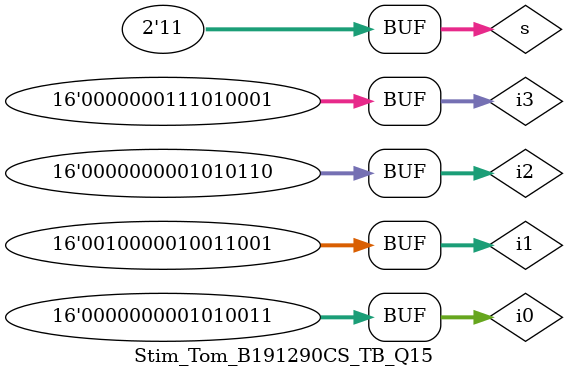
<source format=v>
module NotGate(a,b) ;  

output b ;
input a ;

nand(b,a,a) ;

endmodule 

module AndGate(a,b,c) ; 

output c ;
input a,b ;
wire x ;

nand(x,a,b);
nand(c,x,x) ;

endmodule 

module OrGate(a,b,c) ;  

output c ;
input a,b ;
wire x,y ;

nand(x,a,a) ;
nand(y,b,b) ;
nand(c,x,y) ;

endmodule 

module Mux2x1(a,b,s,c) ;  

output c ;
input a,b,s ;
wire x,y,z ;

NotGate NG_1(s,z );
AndGate AG_1(a,z,x) ;
AndGate AG_2(b,s,y) ;
OrGate OG_1(x,y,c) ;

endmodule 

module Mux4x1(i0,i1,i2,i3,s1,s0,o) ;

output o ;
input i0,i1,i2,i3 ;
input s1,s0;
wire x,y ;

Mux2x1 M_1(i0,i1,s1,x);
Mux2x1 M_2(i2,i3,s1,y) ;
Mux2x1 M_3(x,y,s0,o) ;

endmodule

module Mux4x1_16(i0,i1,i2,i3,s,o) ;

output [15:0] o ;
input [15:0] i0,i1,i2,i3 ;
input [1:0] s ;

Mux4x1 M[15:0](i0,i1,i2,i3,s[0],s[1],o) ;

endmodule

module Stim_Tom_B191290CS_TB_Q15 ;

wire [15:0] o ;
reg [15:0] i0,i1,i2,i3 ;
reg [1:0] s ;

Mux4x1_16 M(i0,i1,i2,i3,s,o) ;

initial
begin
i0 = 6234 ; i1 = 725; i2 =7524 ; i3 = 5734 ;
s = 0 ; #100 ;
s = 1 ; #100 ;
s = 2 ; #100 ;
s = 3 ; #100 ;
i0 = 384; i1 = 398; i2 = 9337; i3 = 9353; 
s = 0 ; #100 ;
s = 1 ; #100 ;
s = 2 ; #100 ;
s = 3 ; #100 ;
i0 = 65535 ; i1 = 274 ; i2 = 8224 ; i3 = 2457 ; 
s = 0 ; #100 ;
s = 1 ; #100 ;
s = 2 ; #100 ;
s = 3 ; #100 ;
i0 = 136; i1 = 8564; i2 = 24377 ; i3 = 3548 ; 
s = 0 ; #100 ;
s = 1 ; #100 ;
s = 2 ; #100 ;
s = 3 ; #100 ;
i0 = 5483 ; i1 = 3485 ; i2 = 3658; i3 = 3659 ; 
s = 0 ; #100 ;
s = 1 ; #100 ;
s = 2 ; #100 ;
s = 3 ; #100 ;
i0 = 9; i1 = 39539; i2 = 54; i3 = 4845; 
s = 0 ; #100 ;
s = 1 ; #100 ;
s = 2 ; #100 ;
s = 3 ; #100 ;
i0 = 54; i1 = 4607; i2 = 40; i3 = 749; 
s = 0 ; #100 ;
s = 1 ; #100 ;
s = 2 ; #100 ;
s = 3 ; #100 ;
i0 = 46; i1 = 9; i2 = 4; i3 = 4076; 
s = 0 ; #100 ;
s = 1 ; #100 ;
s = 2 ; #100 ;
s = 3 ; #100 ;
i0 = 40; i1 = 459; i2 = 55875; i3 = 3856; 
s = 0 ; #100 ;
s = 1 ; #100 ;
s = 2 ; #100 ;
s = 3 ; #100 ;
i0 = 83; i1 = 8345; i2 = 86; i3 = 465; 
s = 0 ; #100 ;
s = 1 ; #100 ;
s = 2 ; #100 ;
s = 3 ; #100 ;
end

endmodule 
</source>
